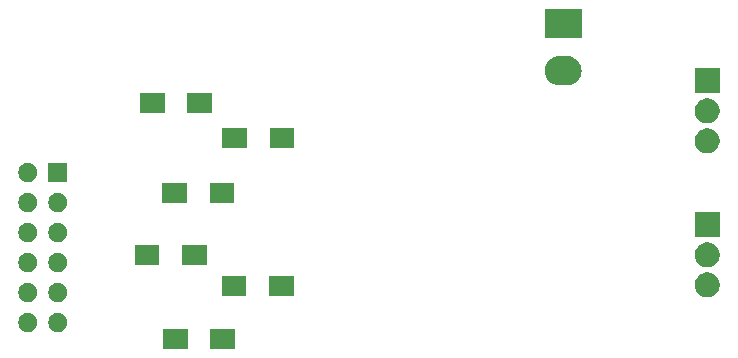
<source format=gbs>
G04 #@! TF.GenerationSoftware,KiCad,Pcbnew,(5.1.2)-2*
G04 #@! TF.CreationDate,2019-07-07T18:05:40+09:00*
G04 #@! TF.ProjectId,PmodICSIF,506d6f64-4943-4534-9946-2e6b69636164,rev?*
G04 #@! TF.SameCoordinates,Original*
G04 #@! TF.FileFunction,Soldermask,Bot*
G04 #@! TF.FilePolarity,Negative*
%FSLAX46Y46*%
G04 Gerber Fmt 4.6, Leading zero omitted, Abs format (unit mm)*
G04 Created by KiCad (PCBNEW (5.1.2)-2) date 2019-07-07 18:05:40*
%MOMM*%
%LPD*%
G04 APERTURE LIST*
%ADD10C,0.100000*%
G04 APERTURE END LIST*
D10*
G36*
X91221000Y-98768000D02*
G01*
X89119000Y-98768000D01*
X89119000Y-97066000D01*
X91221000Y-97066000D01*
X91221000Y-98768000D01*
X91221000Y-98768000D01*
G37*
G36*
X87221000Y-98768000D02*
G01*
X85119000Y-98768000D01*
X85119000Y-97066000D01*
X87221000Y-97066000D01*
X87221000Y-98768000D01*
X87221000Y-98768000D01*
G37*
G36*
X73897142Y-95738242D02*
G01*
X74045101Y-95799529D01*
X74178255Y-95888499D01*
X74291501Y-96001745D01*
X74380471Y-96134899D01*
X74441758Y-96282858D01*
X74473000Y-96439925D01*
X74473000Y-96600075D01*
X74441758Y-96757142D01*
X74380471Y-96905101D01*
X74291501Y-97038255D01*
X74178255Y-97151501D01*
X74045101Y-97240471D01*
X73897142Y-97301758D01*
X73740075Y-97333000D01*
X73579925Y-97333000D01*
X73422858Y-97301758D01*
X73274899Y-97240471D01*
X73141745Y-97151501D01*
X73028499Y-97038255D01*
X72939529Y-96905101D01*
X72878242Y-96757142D01*
X72847000Y-96600075D01*
X72847000Y-96439925D01*
X72878242Y-96282858D01*
X72939529Y-96134899D01*
X73028499Y-96001745D01*
X73141745Y-95888499D01*
X73274899Y-95799529D01*
X73422858Y-95738242D01*
X73579925Y-95707000D01*
X73740075Y-95707000D01*
X73897142Y-95738242D01*
X73897142Y-95738242D01*
G37*
G36*
X76437142Y-95738242D02*
G01*
X76585101Y-95799529D01*
X76718255Y-95888499D01*
X76831501Y-96001745D01*
X76920471Y-96134899D01*
X76981758Y-96282858D01*
X77013000Y-96439925D01*
X77013000Y-96600075D01*
X76981758Y-96757142D01*
X76920471Y-96905101D01*
X76831501Y-97038255D01*
X76718255Y-97151501D01*
X76585101Y-97240471D01*
X76437142Y-97301758D01*
X76280075Y-97333000D01*
X76119925Y-97333000D01*
X75962858Y-97301758D01*
X75814899Y-97240471D01*
X75681745Y-97151501D01*
X75568499Y-97038255D01*
X75479529Y-96905101D01*
X75418242Y-96757142D01*
X75387000Y-96600075D01*
X75387000Y-96439925D01*
X75418242Y-96282858D01*
X75479529Y-96134899D01*
X75568499Y-96001745D01*
X75681745Y-95888499D01*
X75814899Y-95799529D01*
X75962858Y-95738242D01*
X76119925Y-95707000D01*
X76280075Y-95707000D01*
X76437142Y-95738242D01*
X76437142Y-95738242D01*
G37*
G36*
X73897142Y-93198242D02*
G01*
X74045101Y-93259529D01*
X74178255Y-93348499D01*
X74291501Y-93461745D01*
X74380471Y-93594899D01*
X74441758Y-93742858D01*
X74473000Y-93899925D01*
X74473000Y-94060075D01*
X74441758Y-94217142D01*
X74380471Y-94365101D01*
X74291501Y-94498255D01*
X74178255Y-94611501D01*
X74045101Y-94700471D01*
X73897142Y-94761758D01*
X73740075Y-94793000D01*
X73579925Y-94793000D01*
X73422858Y-94761758D01*
X73274899Y-94700471D01*
X73141745Y-94611501D01*
X73028499Y-94498255D01*
X72939529Y-94365101D01*
X72878242Y-94217142D01*
X72847000Y-94060075D01*
X72847000Y-93899925D01*
X72878242Y-93742858D01*
X72939529Y-93594899D01*
X73028499Y-93461745D01*
X73141745Y-93348499D01*
X73274899Y-93259529D01*
X73422858Y-93198242D01*
X73579925Y-93167000D01*
X73740075Y-93167000D01*
X73897142Y-93198242D01*
X73897142Y-93198242D01*
G37*
G36*
X76437142Y-93198242D02*
G01*
X76585101Y-93259529D01*
X76718255Y-93348499D01*
X76831501Y-93461745D01*
X76920471Y-93594899D01*
X76981758Y-93742858D01*
X77013000Y-93899925D01*
X77013000Y-94060075D01*
X76981758Y-94217142D01*
X76920471Y-94365101D01*
X76831501Y-94498255D01*
X76718255Y-94611501D01*
X76585101Y-94700471D01*
X76437142Y-94761758D01*
X76280075Y-94793000D01*
X76119925Y-94793000D01*
X75962858Y-94761758D01*
X75814899Y-94700471D01*
X75681745Y-94611501D01*
X75568499Y-94498255D01*
X75479529Y-94365101D01*
X75418242Y-94217142D01*
X75387000Y-94060075D01*
X75387000Y-93899925D01*
X75418242Y-93742858D01*
X75479529Y-93594899D01*
X75568499Y-93461745D01*
X75681745Y-93348499D01*
X75814899Y-93259529D01*
X75962858Y-93198242D01*
X76119925Y-93167000D01*
X76280075Y-93167000D01*
X76437142Y-93198242D01*
X76437142Y-93198242D01*
G37*
G36*
X131497564Y-92334389D02*
G01*
X131688833Y-92413615D01*
X131688835Y-92413616D01*
X131860973Y-92528635D01*
X132007365Y-92675027D01*
X132122385Y-92847167D01*
X132201611Y-93038436D01*
X132242000Y-93241484D01*
X132242000Y-93448516D01*
X132201611Y-93651564D01*
X132163796Y-93742857D01*
X132122384Y-93842835D01*
X132007365Y-94014973D01*
X131860973Y-94161365D01*
X131688835Y-94276384D01*
X131688834Y-94276385D01*
X131688833Y-94276385D01*
X131497564Y-94355611D01*
X131294516Y-94396000D01*
X131087484Y-94396000D01*
X130884436Y-94355611D01*
X130693167Y-94276385D01*
X130693166Y-94276385D01*
X130693165Y-94276384D01*
X130521027Y-94161365D01*
X130374635Y-94014973D01*
X130259616Y-93842835D01*
X130218204Y-93742857D01*
X130180389Y-93651564D01*
X130140000Y-93448516D01*
X130140000Y-93241484D01*
X130180389Y-93038436D01*
X130259615Y-92847167D01*
X130374635Y-92675027D01*
X130521027Y-92528635D01*
X130693165Y-92413616D01*
X130693167Y-92413615D01*
X130884436Y-92334389D01*
X131087484Y-92294000D01*
X131294516Y-92294000D01*
X131497564Y-92334389D01*
X131497564Y-92334389D01*
G37*
G36*
X96174000Y-94323000D02*
G01*
X94072000Y-94323000D01*
X94072000Y-92621000D01*
X96174000Y-92621000D01*
X96174000Y-94323000D01*
X96174000Y-94323000D01*
G37*
G36*
X92174000Y-94323000D02*
G01*
X90072000Y-94323000D01*
X90072000Y-92621000D01*
X92174000Y-92621000D01*
X92174000Y-94323000D01*
X92174000Y-94323000D01*
G37*
G36*
X76437142Y-90658242D02*
G01*
X76585101Y-90719529D01*
X76718255Y-90808499D01*
X76831501Y-90921745D01*
X76920471Y-91054899D01*
X76981758Y-91202858D01*
X77013000Y-91359925D01*
X77013000Y-91520075D01*
X76981758Y-91677142D01*
X76920471Y-91825101D01*
X76831501Y-91958255D01*
X76718255Y-92071501D01*
X76585101Y-92160471D01*
X76437142Y-92221758D01*
X76280075Y-92253000D01*
X76119925Y-92253000D01*
X75962858Y-92221758D01*
X75814899Y-92160471D01*
X75681745Y-92071501D01*
X75568499Y-91958255D01*
X75479529Y-91825101D01*
X75418242Y-91677142D01*
X75387000Y-91520075D01*
X75387000Y-91359925D01*
X75418242Y-91202858D01*
X75479529Y-91054899D01*
X75568499Y-90921745D01*
X75681745Y-90808499D01*
X75814899Y-90719529D01*
X75962858Y-90658242D01*
X76119925Y-90627000D01*
X76280075Y-90627000D01*
X76437142Y-90658242D01*
X76437142Y-90658242D01*
G37*
G36*
X73897142Y-90658242D02*
G01*
X74045101Y-90719529D01*
X74178255Y-90808499D01*
X74291501Y-90921745D01*
X74380471Y-91054899D01*
X74441758Y-91202858D01*
X74473000Y-91359925D01*
X74473000Y-91520075D01*
X74441758Y-91677142D01*
X74380471Y-91825101D01*
X74291501Y-91958255D01*
X74178255Y-92071501D01*
X74045101Y-92160471D01*
X73897142Y-92221758D01*
X73740075Y-92253000D01*
X73579925Y-92253000D01*
X73422858Y-92221758D01*
X73274899Y-92160471D01*
X73141745Y-92071501D01*
X73028499Y-91958255D01*
X72939529Y-91825101D01*
X72878242Y-91677142D01*
X72847000Y-91520075D01*
X72847000Y-91359925D01*
X72878242Y-91202858D01*
X72939529Y-91054899D01*
X73028499Y-90921745D01*
X73141745Y-90808499D01*
X73274899Y-90719529D01*
X73422858Y-90658242D01*
X73579925Y-90627000D01*
X73740075Y-90627000D01*
X73897142Y-90658242D01*
X73897142Y-90658242D01*
G37*
G36*
X131497564Y-89794389D02*
G01*
X131688833Y-89873615D01*
X131688835Y-89873616D01*
X131809138Y-89954000D01*
X131860973Y-89988635D01*
X132007365Y-90135027D01*
X132122385Y-90307167D01*
X132201611Y-90498436D01*
X132242000Y-90701484D01*
X132242000Y-90908516D01*
X132201611Y-91111564D01*
X132163796Y-91202857D01*
X132122384Y-91302835D01*
X132007365Y-91474973D01*
X131860973Y-91621365D01*
X131688835Y-91736384D01*
X131688834Y-91736385D01*
X131688833Y-91736385D01*
X131497564Y-91815611D01*
X131294516Y-91856000D01*
X131087484Y-91856000D01*
X130884436Y-91815611D01*
X130693167Y-91736385D01*
X130693166Y-91736385D01*
X130693165Y-91736384D01*
X130521027Y-91621365D01*
X130374635Y-91474973D01*
X130259616Y-91302835D01*
X130218204Y-91202857D01*
X130180389Y-91111564D01*
X130140000Y-90908516D01*
X130140000Y-90701484D01*
X130180389Y-90498436D01*
X130259615Y-90307167D01*
X130374635Y-90135027D01*
X130521027Y-89988635D01*
X130572862Y-89954000D01*
X130693165Y-89873616D01*
X130693167Y-89873615D01*
X130884436Y-89794389D01*
X131087484Y-89754000D01*
X131294516Y-89754000D01*
X131497564Y-89794389D01*
X131497564Y-89794389D01*
G37*
G36*
X88808000Y-91656000D02*
G01*
X86706000Y-91656000D01*
X86706000Y-89954000D01*
X88808000Y-89954000D01*
X88808000Y-91656000D01*
X88808000Y-91656000D01*
G37*
G36*
X84808000Y-91656000D02*
G01*
X82706000Y-91656000D01*
X82706000Y-89954000D01*
X84808000Y-89954000D01*
X84808000Y-91656000D01*
X84808000Y-91656000D01*
G37*
G36*
X76437142Y-88118242D02*
G01*
X76585101Y-88179529D01*
X76718255Y-88268499D01*
X76831501Y-88381745D01*
X76920471Y-88514899D01*
X76981758Y-88662858D01*
X77013000Y-88819925D01*
X77013000Y-88980075D01*
X76981758Y-89137142D01*
X76920471Y-89285101D01*
X76831501Y-89418255D01*
X76718255Y-89531501D01*
X76585101Y-89620471D01*
X76437142Y-89681758D01*
X76280075Y-89713000D01*
X76119925Y-89713000D01*
X75962858Y-89681758D01*
X75814899Y-89620471D01*
X75681745Y-89531501D01*
X75568499Y-89418255D01*
X75479529Y-89285101D01*
X75418242Y-89137142D01*
X75387000Y-88980075D01*
X75387000Y-88819925D01*
X75418242Y-88662858D01*
X75479529Y-88514899D01*
X75568499Y-88381745D01*
X75681745Y-88268499D01*
X75814899Y-88179529D01*
X75962858Y-88118242D01*
X76119925Y-88087000D01*
X76280075Y-88087000D01*
X76437142Y-88118242D01*
X76437142Y-88118242D01*
G37*
G36*
X73897142Y-88118242D02*
G01*
X74045101Y-88179529D01*
X74178255Y-88268499D01*
X74291501Y-88381745D01*
X74380471Y-88514899D01*
X74441758Y-88662858D01*
X74473000Y-88819925D01*
X74473000Y-88980075D01*
X74441758Y-89137142D01*
X74380471Y-89285101D01*
X74291501Y-89418255D01*
X74178255Y-89531501D01*
X74045101Y-89620471D01*
X73897142Y-89681758D01*
X73740075Y-89713000D01*
X73579925Y-89713000D01*
X73422858Y-89681758D01*
X73274899Y-89620471D01*
X73141745Y-89531501D01*
X73028499Y-89418255D01*
X72939529Y-89285101D01*
X72878242Y-89137142D01*
X72847000Y-88980075D01*
X72847000Y-88819925D01*
X72878242Y-88662858D01*
X72939529Y-88514899D01*
X73028499Y-88381745D01*
X73141745Y-88268499D01*
X73274899Y-88179529D01*
X73422858Y-88118242D01*
X73579925Y-88087000D01*
X73740075Y-88087000D01*
X73897142Y-88118242D01*
X73897142Y-88118242D01*
G37*
G36*
X132242000Y-89316000D02*
G01*
X130140000Y-89316000D01*
X130140000Y-87214000D01*
X132242000Y-87214000D01*
X132242000Y-89316000D01*
X132242000Y-89316000D01*
G37*
G36*
X73897142Y-85578242D02*
G01*
X74045101Y-85639529D01*
X74178255Y-85728499D01*
X74291501Y-85841745D01*
X74380471Y-85974899D01*
X74441758Y-86122858D01*
X74473000Y-86279925D01*
X74473000Y-86440075D01*
X74441758Y-86597142D01*
X74380471Y-86745101D01*
X74291501Y-86878255D01*
X74178255Y-86991501D01*
X74045101Y-87080471D01*
X73897142Y-87141758D01*
X73740075Y-87173000D01*
X73579925Y-87173000D01*
X73422858Y-87141758D01*
X73274899Y-87080471D01*
X73141745Y-86991501D01*
X73028499Y-86878255D01*
X72939529Y-86745101D01*
X72878242Y-86597142D01*
X72847000Y-86440075D01*
X72847000Y-86279925D01*
X72878242Y-86122858D01*
X72939529Y-85974899D01*
X73028499Y-85841745D01*
X73141745Y-85728499D01*
X73274899Y-85639529D01*
X73422858Y-85578242D01*
X73579925Y-85547000D01*
X73740075Y-85547000D01*
X73897142Y-85578242D01*
X73897142Y-85578242D01*
G37*
G36*
X76437142Y-85578242D02*
G01*
X76585101Y-85639529D01*
X76718255Y-85728499D01*
X76831501Y-85841745D01*
X76920471Y-85974899D01*
X76981758Y-86122858D01*
X77013000Y-86279925D01*
X77013000Y-86440075D01*
X76981758Y-86597142D01*
X76920471Y-86745101D01*
X76831501Y-86878255D01*
X76718255Y-86991501D01*
X76585101Y-87080471D01*
X76437142Y-87141758D01*
X76280075Y-87173000D01*
X76119925Y-87173000D01*
X75962858Y-87141758D01*
X75814899Y-87080471D01*
X75681745Y-86991501D01*
X75568499Y-86878255D01*
X75479529Y-86745101D01*
X75418242Y-86597142D01*
X75387000Y-86440075D01*
X75387000Y-86279925D01*
X75418242Y-86122858D01*
X75479529Y-85974899D01*
X75568499Y-85841745D01*
X75681745Y-85728499D01*
X75814899Y-85639529D01*
X75962858Y-85578242D01*
X76119925Y-85547000D01*
X76280075Y-85547000D01*
X76437142Y-85578242D01*
X76437142Y-85578242D01*
G37*
G36*
X91157000Y-86449000D02*
G01*
X89055000Y-86449000D01*
X89055000Y-84747000D01*
X91157000Y-84747000D01*
X91157000Y-86449000D01*
X91157000Y-86449000D01*
G37*
G36*
X87157000Y-86449000D02*
G01*
X85055000Y-86449000D01*
X85055000Y-84747000D01*
X87157000Y-84747000D01*
X87157000Y-86449000D01*
X87157000Y-86449000D01*
G37*
G36*
X73897142Y-83038242D02*
G01*
X74045101Y-83099529D01*
X74178255Y-83188499D01*
X74291501Y-83301745D01*
X74380471Y-83434899D01*
X74441758Y-83582858D01*
X74473000Y-83739925D01*
X74473000Y-83900075D01*
X74441758Y-84057142D01*
X74380471Y-84205101D01*
X74291501Y-84338255D01*
X74178255Y-84451501D01*
X74045101Y-84540471D01*
X73897142Y-84601758D01*
X73740075Y-84633000D01*
X73579925Y-84633000D01*
X73422858Y-84601758D01*
X73274899Y-84540471D01*
X73141745Y-84451501D01*
X73028499Y-84338255D01*
X72939529Y-84205101D01*
X72878242Y-84057142D01*
X72847000Y-83900075D01*
X72847000Y-83739925D01*
X72878242Y-83582858D01*
X72939529Y-83434899D01*
X73028499Y-83301745D01*
X73141745Y-83188499D01*
X73274899Y-83099529D01*
X73422858Y-83038242D01*
X73579925Y-83007000D01*
X73740075Y-83007000D01*
X73897142Y-83038242D01*
X73897142Y-83038242D01*
G37*
G36*
X77013000Y-84633000D02*
G01*
X75387000Y-84633000D01*
X75387000Y-83007000D01*
X77013000Y-83007000D01*
X77013000Y-84633000D01*
X77013000Y-84633000D01*
G37*
G36*
X131497564Y-80142389D02*
G01*
X131688833Y-80221615D01*
X131688835Y-80221616D01*
X131860973Y-80336635D01*
X132007365Y-80483027D01*
X132122385Y-80655167D01*
X132201611Y-80846436D01*
X132242000Y-81049484D01*
X132242000Y-81256516D01*
X132201611Y-81459564D01*
X132122385Y-81650833D01*
X132122384Y-81650835D01*
X132007365Y-81822973D01*
X131860973Y-81969365D01*
X131688835Y-82084384D01*
X131688834Y-82084385D01*
X131688833Y-82084385D01*
X131497564Y-82163611D01*
X131294516Y-82204000D01*
X131087484Y-82204000D01*
X130884436Y-82163611D01*
X130693167Y-82084385D01*
X130693166Y-82084385D01*
X130693165Y-82084384D01*
X130521027Y-81969365D01*
X130374635Y-81822973D01*
X130259616Y-81650835D01*
X130259615Y-81650833D01*
X130180389Y-81459564D01*
X130140000Y-81256516D01*
X130140000Y-81049484D01*
X130180389Y-80846436D01*
X130259615Y-80655167D01*
X130374635Y-80483027D01*
X130521027Y-80336635D01*
X130693165Y-80221616D01*
X130693167Y-80221615D01*
X130884436Y-80142389D01*
X131087484Y-80102000D01*
X131294516Y-80102000D01*
X131497564Y-80142389D01*
X131497564Y-80142389D01*
G37*
G36*
X92237000Y-81750000D02*
G01*
X90135000Y-81750000D01*
X90135000Y-80048000D01*
X92237000Y-80048000D01*
X92237000Y-81750000D01*
X92237000Y-81750000D01*
G37*
G36*
X96237000Y-81750000D02*
G01*
X94135000Y-81750000D01*
X94135000Y-80048000D01*
X96237000Y-80048000D01*
X96237000Y-81750000D01*
X96237000Y-81750000D01*
G37*
G36*
X131497564Y-77602389D02*
G01*
X131688833Y-77681615D01*
X131688835Y-77681616D01*
X131860973Y-77796635D01*
X132007365Y-77943027D01*
X132122385Y-78115167D01*
X132201611Y-78306436D01*
X132242000Y-78509484D01*
X132242000Y-78716516D01*
X132201611Y-78919564D01*
X132122385Y-79110833D01*
X132122384Y-79110835D01*
X132007365Y-79282973D01*
X131860973Y-79429365D01*
X131688835Y-79544384D01*
X131688834Y-79544385D01*
X131688833Y-79544385D01*
X131497564Y-79623611D01*
X131294516Y-79664000D01*
X131087484Y-79664000D01*
X130884436Y-79623611D01*
X130693167Y-79544385D01*
X130693166Y-79544385D01*
X130693165Y-79544384D01*
X130521027Y-79429365D01*
X130374635Y-79282973D01*
X130259616Y-79110835D01*
X130259615Y-79110833D01*
X130180389Y-78919564D01*
X130140000Y-78716516D01*
X130140000Y-78509484D01*
X130180389Y-78306436D01*
X130259615Y-78115167D01*
X130374635Y-77943027D01*
X130521027Y-77796635D01*
X130693165Y-77681616D01*
X130693167Y-77681615D01*
X130884436Y-77602389D01*
X131087484Y-77562000D01*
X131294516Y-77562000D01*
X131497564Y-77602389D01*
X131497564Y-77602389D01*
G37*
G36*
X89252000Y-78829000D02*
G01*
X87150000Y-78829000D01*
X87150000Y-77127000D01*
X89252000Y-77127000D01*
X89252000Y-78829000D01*
X89252000Y-78829000D01*
G37*
G36*
X85252000Y-78829000D02*
G01*
X83150000Y-78829000D01*
X83150000Y-77127000D01*
X85252000Y-77127000D01*
X85252000Y-78829000D01*
X85252000Y-78829000D01*
G37*
G36*
X132242000Y-77124000D02*
G01*
X130140000Y-77124000D01*
X130140000Y-75022000D01*
X132242000Y-75022000D01*
X132242000Y-77124000D01*
X132242000Y-77124000D01*
G37*
G36*
X119564338Y-73998739D02*
G01*
X119795440Y-74068843D01*
X120008425Y-74182686D01*
X120195107Y-74335893D01*
X120348314Y-74522575D01*
X120462157Y-74735560D01*
X120532261Y-74966662D01*
X120555932Y-75207000D01*
X120532261Y-75447338D01*
X120462157Y-75678440D01*
X120348314Y-75891425D01*
X120195107Y-76078107D01*
X120008425Y-76231314D01*
X119795440Y-76345157D01*
X119564338Y-76415261D01*
X119384229Y-76433000D01*
X118613771Y-76433000D01*
X118433662Y-76415261D01*
X118202560Y-76345157D01*
X117989575Y-76231314D01*
X117802893Y-76078107D01*
X117649686Y-75891425D01*
X117535843Y-75678440D01*
X117465739Y-75447338D01*
X117442068Y-75207000D01*
X117465739Y-74966662D01*
X117535843Y-74735560D01*
X117649686Y-74522575D01*
X117802893Y-74335893D01*
X117989575Y-74182686D01*
X118202560Y-74068843D01*
X118433662Y-73998739D01*
X118613771Y-73981000D01*
X119384229Y-73981000D01*
X119564338Y-73998739D01*
X119564338Y-73998739D01*
G37*
G36*
X120550000Y-72473000D02*
G01*
X117448000Y-72473000D01*
X117448000Y-70021000D01*
X120550000Y-70021000D01*
X120550000Y-72473000D01*
X120550000Y-72473000D01*
G37*
M02*

</source>
